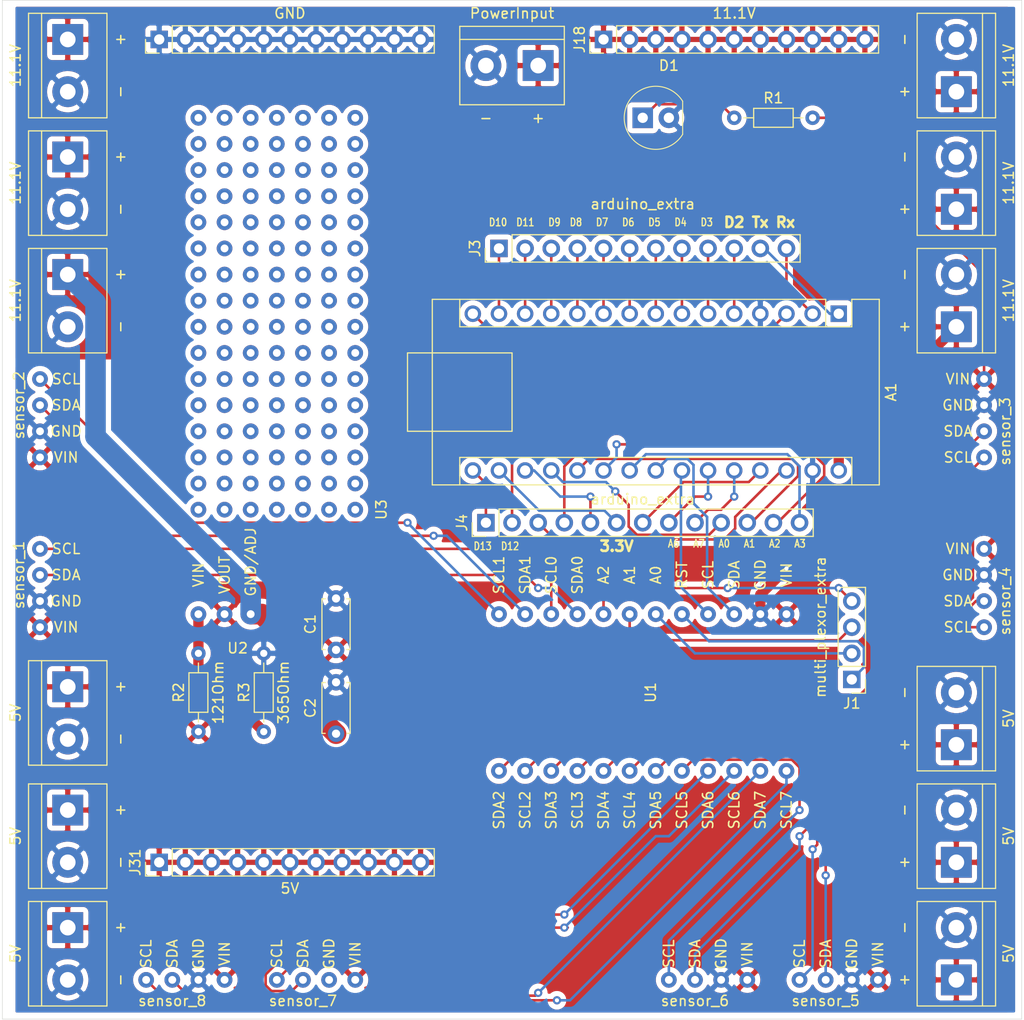
<source format=kicad_pcb>
(kicad_pcb (version 20171130) (host pcbnew 5.1.5+dfsg1-2build2)
  (layers (0 F.Cu signal) (31 B.Cu signal) (34 B.Paste user) (35 F.Paste user) (36 B.SilkS user) (37 F.SilkS user) (38 B.Mask user) (39 F.Mask user) (44 Edge.Cuts user))
  (net 0 "")
  (net 1 TX)
  (net 2 ARDUINO_3.3V)
  (net 3 RX)
  (net 4 AREF)
  (net 5 RESET_3)
  (net 6 A0)
  (net 7 GND)
  (net 8 A1)
  (net 9 D2)
  (net 10 A2)
  (net 11 D3)
  (net 12 A3)
  (net 13 D4)
  (net 14 A4)
  (net 15 D5)
  (net 16 A5)
  (net 17 D6)
  (net 18 A6)
  (net 19 D7)
  (net 20 A7)
  (net 21 D8)
  (net 22 ARDUINO_5V)
  (net 23 D9)
  (net 24 RESET_28)
  (net 25 D10)
  (net 26 D11)
  (net 27 11.1V)
  (net 28 D12)
  (net 29 D13)
  (net 30 +5V)
  (net 31 "Net-(D1-Pad1)")
  (net 32 multi_plexer_A2)
  (net 33 multi_plexer_A1)
  (net 34 multi_plexer_A0)
  (net 35 multi_plexer_reset)
  (net 36 "Net-(R2-Pad2)")
  (net 37 SDA0)
  (net 38 SCL0)
  (net 39 SCL1)
  (net 40 SDA1)
  (net 41 SDA2)
  (net 42 SCL2)
  (net 43 SDA3)
  (net 44 SCL3)
  (net 45 SCL4)
  (net 46 SDA4)
  (net 47 SDA5)
  (net 48 SCL5)
  (net 49 SCL6)
  (net 50 SDA6)
  (net 51 SDA7)
  (net 52 SCL7)
  (module mercury:multi_plexor (layer F.Cu) (at 241.3 105.41 270)
    (fp_text reference U1 (at 0 0.5 90) (layer F.SilkS))
    (fp_text value multi_plexer)
    (fp_text user VIN (at -11.43 -12.7 90) (layer F.SilkS))
    (fp_text user GND (at -11.43 -10.16 90) (layer F.SilkS))
    (fp_text user SDA (at -11.43 -7.62 90) (layer F.SilkS))
    (fp_text user SCL (at -11.43 -5.08 90) (layer F.SilkS))
    (fp_text user RST (at -11.43 -2.54 90) (layer F.SilkS))
    (fp_text user A0 (at -11.43 0 90) (layer F.SilkS))
    (fp_text user A1 (at -11.43 2.54 90) (layer F.SilkS))
    (fp_text user A2 (at -11.43 5.08 90) (layer F.SilkS))
    (fp_text user SDA0 (at -11.43 7.62 90) (layer F.SilkS))
    (fp_text user SCL0 (at -11.43 10.16 90) (layer F.SilkS))
    (fp_text user SDA1 (at -11.43 12.7 90) (layer F.SilkS))
    (fp_text user SCL1 (at -11.43 15.24 90) (layer F.SilkS))
    (fp_text user SDA2 (at 11.43 15.24 90) (layer F.SilkS))
    (fp_text user SCL2 (at 11.43 12.7 90) (layer F.SilkS))
    (fp_text user SDA3 (at 11.43 10.16 90) (layer F.SilkS))
    (fp_text user SCL3 (at 11.43 7.62 90) (layer F.SilkS))
    (fp_text user SDA4 (at 11.43 5.08 90) (layer F.SilkS))
    (fp_text user SCL4 (at 11.43 2.54 90) (layer F.SilkS))
    (fp_text user SDA5 (at 11.43 0 90) (layer F.SilkS))
    (fp_text user SCL5 (at 11.43 -2.54 90) (layer F.SilkS))
    (fp_text user SDA6 (at 11.43 -5.08 90) (layer F.SilkS))
    (fp_text user SCL6 (at 11.43 -7.62 90) (layer F.SilkS))
    (fp_text user SDA7 (at 11.43 -10.16 90) (layer F.SilkS))
    (fp_text user SCL7 (at 11.43 -12.7 90) (layer F.SilkS))
    (pad 1 thru_hole circle (at -7.62 0 270) (size 1.524 1.524) (drill 0.762) (layers *.Cu *.Mask) (net 34 multi_plexer_A0))
    (pad 2 thru_hole circle (at -7.62 2.54 270) (size 1.524 1.524) (drill 0.762) (layers *.Cu *.Mask) (net 33 multi_plexer_A1))
    (pad 3 thru_hole circle (at -7.62 -2.54 270) (size 1.524 1.524) (drill 0.762) (layers *.Cu *.Mask) (net 35 multi_plexer_reset))
    (pad 4 thru_hole circle (at -7.62 7.62 270) (size 1.524 1.524) (drill 0.762) (layers *.Cu *.Mask) (net 37 SDA0))
    (pad 5 thru_hole circle (at -7.62 10.16 270) (size 1.524 1.524) (drill 0.762) (layers *.Cu *.Mask) (net 38 SCL0))
    (pad 6 thru_hole circle (at -7.62 12.7 270) (size 1.524 1.524) (drill 0.762) (layers *.Cu *.Mask) (net 40 SDA1))
    (pad 7 thru_hole circle (at -7.62 15.24 270) (size 1.524 1.524) (drill 0.762) (layers *.Cu *.Mask) (net 39 SCL1))
    (pad 8 thru_hole circle (at 7.62 15.24 270) (size 1.524 1.524) (drill 0.762) (layers *.Cu *.Mask) (net 41 SDA2))
    (pad 9 thru_hole circle (at 7.62 12.7 270) (size 1.524 1.524) (drill 0.762) (layers *.Cu *.Mask) (net 42 SCL2))
    (pad 10 thru_hole circle (at 7.62 10.16 270) (size 1.524 1.524) (drill 0.762) (layers *.Cu *.Mask) (net 43 SDA3))
    (pad 11 thru_hole circle (at 7.62 7.62 270) (size 1.524 1.524) (drill 0.762) (layers *.Cu *.Mask) (net 44 SCL3))
    (pad 12 thru_hole circle (at -7.62 -10.16 270) (size 1.524 1.524) (drill 0.762) (layers *.Cu *.Mask) (net 7 GND))
    (pad 13 thru_hole circle (at 7.62 5.08 270) (size 1.524 1.524) (drill 0.762) (layers *.Cu *.Mask) (net 46 SDA4))
    (pad 14 thru_hole circle (at 7.62 2.54 270) (size 1.524 1.524) (drill 0.762) (layers *.Cu *.Mask) (net 45 SCL4))
    (pad 15 thru_hole circle (at 7.62 0 270) (size 1.524 1.524) (drill 0.762) (layers *.Cu *.Mask) (net 47 SDA5))
    (pad 16 thru_hole circle (at 7.62 -2.54 270) (size 1.524 1.524) (drill 0.762) (layers *.Cu *.Mask) (net 48 SCL5))
    (pad 17 thru_hole circle (at 7.62 -5.08 270) (size 1.524 1.524) (drill 0.762) (layers *.Cu *.Mask) (net 50 SDA6))
    (pad 18 thru_hole circle (at 7.62 -7.62 270) (size 1.524 1.524) (drill 0.762) (layers *.Cu *.Mask) (net 49 SCL6))
    (pad 19 thru_hole circle (at 7.62 -10.16 270) (size 1.524 1.524) (drill 0.762) (layers *.Cu *.Mask) (net 51 SDA7))
    (pad 20 thru_hole circle (at 7.62 -12.7 270) (size 1.524 1.524) (drill 0.762) (layers *.Cu *.Mask) (net 52 SCL7))
    (pad 21 thru_hole circle (at -7.62 5.08 270) (size 1.524 1.524) (drill 0.762) (layers *.Cu *.Mask) (net 32 multi_plexer_A2))
    (pad 22 thru_hole circle (at -7.62 -5.08 270) (size 1.524 1.524) (drill 0.762) (layers *.Cu *.Mask) (net 16 A5))
    (pad 23 thru_hole circle (at -7.62 -7.62 270) (size 1.524 1.524) (drill 0.762) (layers *.Cu *.Mask) (net 14 A4))
    (pad 24 thru_hole circle (at -7.62 -12.7 270) (size 1.524 1.524) (drill 0.762) (layers *.Cu *.Mask) (net 30 +5V))
  )
  (module mercury:11.1V_block (layer F.Cu) (at 270.51 69.85 90)
    (fp_text reference J24)
    (fp_text value 11.1V (at 2.54 5.08 270) (layer F.SilkS))
    (fp_text user - (at 5.08 -5.08 90) (layer F.SilkS))
    (fp_text user + (at 0 -5.08 90) (layer F.SilkS))
    (pad 2 thru_hole circle (at 5.08 0 90) (size 3 3) (drill 1.52) (layers *.Cu *.Mask) (net 7 GND))
    (pad 1 thru_hole rect (at 0 0 90) (size 3 3) (drill 1.52) (layers *.Cu *.Mask) (net 27 11.1V))
  )
  (module mercury:11.1V_block (layer F.Cu) (at 184.15 53.34 270)
    (fp_text reference J23)
    (fp_text value 11.1V (at 2.54 5.08 270) (layer F.SilkS))
    (fp_text user - (at 5.08 -5.08 90) (layer F.SilkS))
    (fp_text user + (at 0 -5.08 90) (layer F.SilkS))
    (pad 2 thru_hole circle (at 5.08 0 270) (size 3 3) (drill 1.52) (layers *.Cu *.Mask) (net 7 GND))
    (pad 1 thru_hole rect (at 0 0 270) (size 3 3) (drill 1.52) (layers *.Cu *.Mask) (net 27 11.1V))
  )
  (module mercury:11.1V_block (layer F.Cu) (at 270.51 58.42 90)
    (fp_text reference J22)
    (fp_text value 11.1V (at 2.54 5.08 270) (layer F.SilkS))
    (fp_text user - (at 5.08 -5.08 90) (layer F.SilkS))
    (fp_text user + (at 0 -5.08 90) (layer F.SilkS))
    (pad 2 thru_hole circle (at 5.08 0 90) (size 3 3) (drill 1.52) (layers *.Cu *.Mask) (net 7 GND))
    (pad 1 thru_hole rect (at 0 0 90) (size 3 3) (drill 1.52) (layers *.Cu *.Mask) (net 27 11.1V))
  )
  (module mercury:11.1V_block (layer F.Cu) (at 184.15 64.77 270)
    (fp_text reference J21)
    (fp_text value 11.1V (at 2.54 5.08 270) (layer F.SilkS))
    (fp_text user - (at 5.08 -5.08 90) (layer F.SilkS))
    (fp_text user + (at 0 -5.08 90) (layer F.SilkS))
    (pad 2 thru_hole circle (at 5.08 0 270) (size 3 3) (drill 1.52) (layers *.Cu *.Mask) (net 7 GND))
    (pad 1 thru_hole rect (at 0 0 270) (size 3 3) (drill 1.52) (layers *.Cu *.Mask) (net 27 11.1V))
  )
  (module mercury:11.1V_block (layer F.Cu) (at 184.15 41.91 270)
    (fp_text reference J20)
    (fp_text value 11.1V (at 2.54 5.08 270) (layer F.SilkS))
    (fp_text user - (at 5.08 -5.08 90) (layer F.SilkS))
    (fp_text user + (at 0 -5.08 90) (layer F.SilkS))
    (pad 2 thru_hole circle (at 5.08 0 270) (size 3 3) (drill 1.52) (layers *.Cu *.Mask) (net 7 GND))
    (pad 1 thru_hole rect (at 0 0 270) (size 3 3) (drill 1.52) (layers *.Cu *.Mask) (net 27 11.1V))
  )
  (module mercury:11.1V_block (layer F.Cu) (at 270.51 46.99 90)
    (fp_text reference J19)
    (fp_text value 11.1V (at 2.54 5.08 270) (layer F.SilkS))
    (fp_text user - (at 5.08 -5.08 90) (layer F.SilkS))
    (fp_text user + (at 0 -5.08 90) (layer F.SilkS))
    (pad 2 thru_hole circle (at 5.08 0 90) (size 3 3) (drill 1.52) (layers *.Cu *.Mask) (net 7 GND))
    (pad 1 thru_hole rect (at 0 0 90) (size 3 3) (drill 1.52) (layers *.Cu *.Mask) (net 27 11.1V))
  )
  (module mercury:5v_BLOCK (layer F.Cu) (at 270.51 133.35 90)
    (fp_text reference J11)
    (fp_text value 5V (at 2.54 5.08 270) (layer F.SilkS))
    (fp_text user - (at 5.08 -5.08 90) (layer F.SilkS))
    (fp_text user + (at 0 -5.08 90) (layer F.SilkS))
    (pad 2 thru_hole circle (at 5.08 0 90) (size 3 3) (drill 1.52) (layers *.Cu *.Mask) (net 7 GND))
    (pad 1 thru_hole rect (at 0 0 90) (size 3 3) (drill 1.52) (layers *.Cu *.Mask) (net 30 +5V))
  )
  (module mercury:5v_BLOCK (layer F.Cu) (at 270.51 110.49 90)
    (fp_text reference J10)
    (fp_text value 5V (at 2.54 5.08 270) (layer F.SilkS))
    (fp_text user - (at 5.08 -5.08 90) (layer F.SilkS))
    (fp_text user + (at 0 -5.08 90) (layer F.SilkS))
    (pad 2 thru_hole circle (at 5.08 0 90) (size 3 3) (drill 1.52) (layers *.Cu *.Mask) (net 7 GND))
    (pad 1 thru_hole rect (at 0 0 90) (size 3 3) (drill 1.52) (layers *.Cu *.Mask) (net 30 +5V))
  )
  (module mercury:5v_BLOCK (layer F.Cu) (at 184.15 104.855001 270)
    (fp_text reference J9)
    (fp_text value 5V (at 2.54 5.08 270) (layer F.SilkS))
    (fp_text user - (at 5.08 -5.08 90) (layer F.SilkS))
    (fp_text user + (at 0 -5.08 90) (layer F.SilkS))
    (pad 2 thru_hole circle (at 5.08 0 270) (size 3 3) (drill 1.52) (layers *.Cu *.Mask) (net 7 GND))
    (pad 1 thru_hole rect (at 0 0 270) (size 3 3) (drill 1.52) (layers *.Cu *.Mask) (net 30 +5V))
  )
  (module mercury:5v_BLOCK (layer F.Cu) (at 184.15 116.84 270)
    (fp_text reference J8)
    (fp_text value 5V (at 2.54 5.08 270) (layer F.SilkS))
    (fp_text user - (at 5.08 -5.08 90) (layer F.SilkS))
    (fp_text user + (at 0 -5.08 90) (layer F.SilkS))
    (pad 2 thru_hole circle (at 5.08 0 270) (size 3 3) (drill 1.52) (layers *.Cu *.Mask) (net 7 GND))
    (pad 1 thru_hole rect (at 0 0 270) (size 3 3) (drill 1.52) (layers *.Cu *.Mask) (net 30 +5V))
  )
  (module mercury:5v_BLOCK (layer F.Cu) (at 184.15 128.27 270)
    (fp_text reference J7)
    (fp_text value 5V (at 2.54 5.08 270) (layer F.SilkS))
    (fp_text user - (at 5.08 -5.08 90) (layer F.SilkS))
    (fp_text user + (at 0 -5.08 90) (layer F.SilkS))
    (pad 2 thru_hole circle (at 5.08 0 270) (size 3 3) (drill 1.52) (layers *.Cu *.Mask) (net 7 GND))
    (pad 1 thru_hole rect (at 0 0 270) (size 3 3) (drill 1.52) (layers *.Cu *.Mask) (net 30 +5V))
  )
  (module mercury:5v_BLOCK (layer F.Cu) (at 270.51 121.92 90)
    (fp_text reference J6)
    (fp_text value 5V (at 2.54 5.08 270) (layer F.SilkS))
    (fp_text user - (at 5.08 -5.08 90) (layer F.SilkS))
    (fp_text user + (at 0 -5.08 90) (layer F.SilkS))
    (pad 2 thru_hole circle (at 5.08 0 90) (size 3 3) (drill 1.52) (layers *.Cu *.Mask) (net 7 GND))
    (pad 1 thru_hole rect (at 0 0 90) (size 3 3) (drill 1.52) (layers *.Cu *.Mask) (net 30 +5V))
  )
  (module mercury:11.1V_block (layer F.Cu) (at 229.87 44.45 180)
    (fp_text reference J2)
    (fp_text value PowerInput (at 2.54 5.08 180) (layer F.SilkS))
    (fp_text user - (at 5.08 -5.08) (layer F.SilkS))
    (fp_text user + (at 0 -5.08) (layer F.SilkS))
    (pad 2 thru_hole circle (at 5.08 0 180) (size 3 3) (drill 1.52) (layers *.Cu *.Mask) (net 7 GND))
    (pad 1 thru_hole rect (at 0 0 180) (size 3 3) (drill 1.52) (layers *.Cu *.Mask) (net 27 11.1V))
  )
  (module mercury:v_reg (layer F.Cu) (at 203.2 97.79 180)
    (fp_text reference U2 (at 2.54 -3.31) (layer F.SilkS))
    (fp_text value v_reg)
    (fp_text user GND/ADJ (at 1.27 5.08 90) (layer F.SilkS))
    (fp_text user VOUT (at 3.81 3.81 90) (layer F.SilkS))
    (fp_text user VIN (at 6.35 3.81 90) (layer F.SilkS))
    (pad 3 thru_hole circle (at 6.35 0 180) (size 1.524 1.524) (drill 0.762) (layers *.Cu *.Mask) (net 36 "Net-(R2-Pad2)"))
    (pad 2 thru_hole circle (at 3.81 0 180) (size 1.524 1.524) (drill 0.762) (layers *.Cu *.Mask) (net 30 +5V))
    (pad 1 thru_hole circle (at 1.27 0 180) (size 1.524 1.524) (drill 0.762) (layers *.Cu *.Mask) (net 27 11.1V))
  )
  (module mercury:sensor (layer F.Cu) (at 199.39 133.35 180)
    (fp_text reference sensor_8 (at 5.08 -2.04) (layer F.SilkS))
    (fp_text value sensor)
    (fp_text user SCL (at 7.62 2.54 90) (layer F.SilkS))
    (fp_text user SDA (at 5.08 2.54 90) (layer F.SilkS))
    (fp_text user GND (at 2.54 2.54 90) (layer F.SilkS))
    (fp_text user VIN (at 0 2.54 90) (layer F.SilkS))
    (pad 4 thru_hole circle (at 7.62 0 180) (size 1.524 1.524) (drill 0.762) (layers *.Cu *.Mask) (net 52 SCL7))
    (pad 3 thru_hole circle (at 5.08 0 180) (size 1.524 1.524) (drill 0.762) (layers *.Cu *.Mask) (net 51 SDA7))
    (pad 2 thru_hole circle (at 2.54 0 180) (size 1.524 1.524) (drill 0.762) (layers *.Cu *.Mask) (net 7 GND))
    (pad 1 thru_hole circle (at 0 0 180) (size 1.524 1.524) (drill 0.762) (layers *.Cu *.Mask) (net 30 +5V))
  )
  (module mercury:sensor (layer F.Cu) (at 212.09 133.35 180)
    (fp_text reference sensor_7 (at 5.08 -2.04) (layer F.SilkS))
    (fp_text value sensor)
    (fp_text user SCL (at 7.62 2.54 90) (layer F.SilkS))
    (fp_text user SDA (at 5.08 2.54 90) (layer F.SilkS))
    (fp_text user GND (at 2.54 2.54 90) (layer F.SilkS))
    (fp_text user VIN (at 0 2.54 90) (layer F.SilkS))
    (pad 4 thru_hole circle (at 7.62 0 180) (size 1.524 1.524) (drill 0.762) (layers *.Cu *.Mask) (net 49 SCL6))
    (pad 3 thru_hole circle (at 5.08 0 180) (size 1.524 1.524) (drill 0.762) (layers *.Cu *.Mask) (net 50 SDA6))
    (pad 2 thru_hole circle (at 2.54 0 180) (size 1.524 1.524) (drill 0.762) (layers *.Cu *.Mask) (net 7 GND))
    (pad 1 thru_hole circle (at 0 0 180) (size 1.524 1.524) (drill 0.762) (layers *.Cu *.Mask) (net 30 +5V))
  )
  (module mercury:sensor (layer F.Cu) (at 250.19 133.35 180)
    (fp_text reference sensor_6 (at 5.08 -2.04) (layer F.SilkS))
    (fp_text value sensor)
    (fp_text user SCL (at 7.62 2.54 90) (layer F.SilkS))
    (fp_text user SDA (at 5.08 2.54 90) (layer F.SilkS))
    (fp_text user GND (at 2.54 2.54 90) (layer F.SilkS))
    (fp_text user VIN (at 0 2.54 90) (layer F.SilkS))
    (pad 4 thru_hole circle (at 7.62 0 180) (size 1.524 1.524) (drill 0.762) (layers *.Cu *.Mask) (net 48 SCL5))
    (pad 3 thru_hole circle (at 5.08 0 180) (size 1.524 1.524) (drill 0.762) (layers *.Cu *.Mask) (net 47 SDA5))
    (pad 2 thru_hole circle (at 2.54 0 180) (size 1.524 1.524) (drill 0.762) (layers *.Cu *.Mask) (net 7 GND))
    (pad 1 thru_hole circle (at 0 0 180) (size 1.524 1.524) (drill 0.762) (layers *.Cu *.Mask) (net 30 +5V))
  )
  (module mercury:sensor (layer F.Cu) (at 262.89 133.35 180)
    (fp_text reference sensor_5 (at 5.08 -2.04) (layer F.SilkS))
    (fp_text value sensor)
    (fp_text user SCL (at 7.62 2.54 90) (layer F.SilkS))
    (fp_text user SDA (at 5.08 2.54 90) (layer F.SilkS))
    (fp_text user GND (at 2.54 2.54 90) (layer F.SilkS))
    (fp_text user VIN (at 0 2.54 90) (layer F.SilkS))
    (pad 4 thru_hole circle (at 7.62 0 180) (size 1.524 1.524) (drill 0.762) (layers *.Cu *.Mask) (net 45 SCL4))
    (pad 3 thru_hole circle (at 5.08 0 180) (size 1.524 1.524) (drill 0.762) (layers *.Cu *.Mask) (net 46 SDA4))
    (pad 2 thru_hole circle (at 2.54 0 180) (size 1.524 1.524) (drill 0.762) (layers *.Cu *.Mask) (net 7 GND))
    (pad 1 thru_hole circle (at 0 0 180) (size 1.524 1.524) (drill 0.762) (layers *.Cu *.Mask) (net 30 +5V))
  )
  (module mercury:sensor (layer F.Cu) (at 273.205 91.44 270)
    (fp_text reference sensor_4 (at 5.08 -2.04 90) (layer F.SilkS))
    (fp_text value sensor)
    (fp_text user SCL (at 7.62 2.54) (layer F.SilkS))
    (fp_text user SDA (at 5.08 2.54) (layer F.SilkS))
    (fp_text user GND (at 2.54 2.54) (layer F.SilkS))
    (fp_text user VIN (at 0 2.54) (layer F.SilkS))
    (pad 4 thru_hole circle (at 7.62 0 270) (size 1.524 1.524) (drill 0.762) (layers *.Cu *.Mask) (net 44 SCL3))
    (pad 3 thru_hole circle (at 5.08 0 270) (size 1.524 1.524) (drill 0.762) (layers *.Cu *.Mask) (net 43 SDA3))
    (pad 2 thru_hole circle (at 2.54 0 270) (size 1.524 1.524) (drill 0.762) (layers *.Cu *.Mask) (net 7 GND))
    (pad 1 thru_hole circle (at 0 0 270) (size 1.524 1.524) (drill 0.762) (layers *.Cu *.Mask) (net 30 +5V))
  )
  (module mercury:sensor (layer F.Cu) (at 273.205 74.93 270)
    (fp_text reference sensor_3 (at 5.08 -2.04 90) (layer F.SilkS))
    (fp_text value sensor)
    (fp_text user SCL (at 7.62 2.54) (layer F.SilkS))
    (fp_text user SDA (at 5.08 2.54) (layer F.SilkS))
    (fp_text user GND (at 2.54 2.54) (layer F.SilkS))
    (fp_text user VIN (at 0 2.54) (layer F.SilkS))
    (pad 4 thru_hole circle (at 7.62 0 270) (size 1.524 1.524) (drill 0.762) (layers *.Cu *.Mask) (net 42 SCL2))
    (pad 3 thru_hole circle (at 5.08 0 270) (size 1.524 1.524) (drill 0.762) (layers *.Cu *.Mask) (net 41 SDA2))
    (pad 2 thru_hole circle (at 2.54 0 270) (size 1.524 1.524) (drill 0.762) (layers *.Cu *.Mask) (net 7 GND))
    (pad 1 thru_hole circle (at 0 0 270) (size 1.524 1.524) (drill 0.762) (layers *.Cu *.Mask) (net 30 +5V))
  )
  (module mercury:sensor (layer F.Cu) (at 181.455 82.55 90)
    (fp_text reference sensor_2 (at 5.08 -2.04 90) (layer F.SilkS))
    (fp_text value sensor)
    (fp_text user SCL (at 7.62 2.54) (layer F.SilkS))
    (fp_text user SDA (at 5.08 2.54) (layer F.SilkS))
    (fp_text user GND (at 2.54 2.54) (layer F.SilkS))
    (fp_text user VIN (at 0 2.54) (layer F.SilkS))
    (pad 4 thru_hole circle (at 7.62 0 90) (size 1.524 1.524) (drill 0.762) (layers *.Cu *.Mask) (net 39 SCL1))
    (pad 3 thru_hole circle (at 5.08 0 90) (size 1.524 1.524) (drill 0.762) (layers *.Cu *.Mask) (net 40 SDA1))
    (pad 2 thru_hole circle (at 2.54 0 90) (size 1.524 1.524) (drill 0.762) (layers *.Cu *.Mask) (net 7 GND))
    (pad 1 thru_hole circle (at 0 0 90) (size 1.524 1.524) (drill 0.762) (layers *.Cu *.Mask) (net 30 +5V))
  )
  (module mercury:sensor (layer F.Cu) (at 181.455 99.06 90)
    (fp_text reference sensor_1 (at 5.08 -2.04 90) (layer F.SilkS))
    (fp_text value sensor)
    (fp_text user SCL (at 7.62 2.54) (layer F.SilkS))
    (fp_text user SDA (at 5.08 2.54) (layer F.SilkS))
    (fp_text user GND (at 2.54 2.54) (layer F.SilkS))
    (fp_text user VIN (at 0 2.54) (layer F.SilkS))
    (pad 4 thru_hole circle (at 7.62 0 90) (size 1.524 1.524) (drill 0.762) (layers *.Cu *.Mask) (net 38 SCL0))
    (pad 3 thru_hole circle (at 5.08 0 90) (size 1.524 1.524) (drill 0.762) (layers *.Cu *.Mask) (net 37 SDA0))
    (pad 2 thru_hole circle (at 2.54 0 90) (size 1.524 1.524) (drill 0.762) (layers *.Cu *.Mask) (net 7 GND))
    (pad 1 thru_hole circle (at 0 0 90) (size 1.524 1.524) (drill 0.762) (layers *.Cu *.Mask) (net 30 +5V))
  )
  (module Resistor_THT:R_Axial_DIN0204_L3.6mm_D1.6mm_P7.62mm_Horizontal (layer F.Cu) (at 203.2 109.22 90)
    (fp_text reference R3 (at 3.81 -1.92 90) (layer F.SilkS))
    (fp_text value 365Ohm (at 3.81 1.92 90) (layer F.SilkS))
    (pad 2 thru_hole oval (at 7.62 0 90) (size 1.4 1.4) (drill 0.7) (layers *.Cu *.Mask) (net 7 GND))
    (pad 1 thru_hole circle (at 0 0 90) (size 1.4 1.4) (drill 0.7) (layers *.Cu *.Mask) (net 36 "Net-(R2-Pad2)"))
  )
  (module Resistor_THT:R_Axial_DIN0204_L3.6mm_D1.6mm_P7.62mm_Horizontal (layer F.Cu) (at 196.85 109.22 90)
    (fp_text reference R2 (at 3.81 -1.92 90) (layer F.SilkS))
    (fp_text value 121Ohm (at 3.81 1.92 90) (layer F.SilkS))
    (pad 2 thru_hole oval (at 7.62 0 90) (size 1.4 1.4) (drill 0.7) (layers *.Cu *.Mask) (net 36 "Net-(R2-Pad2)"))
    (pad 1 thru_hole circle (at 0 0 90) (size 1.4 1.4) (drill 0.7) (layers *.Cu *.Mask) (net 30 +5V))
  )
  (module Resistor_THT:R_Axial_DIN0204_L3.6mm_D1.6mm_P7.62mm_Horizontal (layer F.Cu) (at 248.92 49.53)
    (fp_text reference R1 (at 3.81 -1.92) (layer F.SilkS))
    (fp_text value 1K)
    (pad 2 thru_hole oval (at 7.62 0) (size 1.4 1.4) (drill 0.7) (layers *.Cu *.Mask) (net 30 +5V))
    (pad 1 thru_hole circle (at 0 0) (size 1.4 1.4) (drill 0.7) (layers *.Cu *.Mask) (net 31 "Net-(D1-Pad1)"))
  )
  (module mercury:proto (layer F.Cu) (at 212.09 87.63 90)
    (fp_text reference U3 (at 0 2.54 90) (layer F.SilkS))
    (fp_text value proto)
    (pad 16 thru_hole circle (at 38.1 -15.24 90) (size 1.524 1.524) (drill 0.762) (layers *.Cu *.Mask))
    (pad 2 thru_hole circle (at 2.54 -15.24 90) (size 1.524 1.524) (drill 0.762) (layers *.Cu *.Mask))
    (pad 3 thru_hole circle (at 5.08 -15.24 90) (size 1.524 1.524) (drill 0.762) (layers *.Cu *.Mask))
    (pad 1 thru_hole circle (at 0 -15.24 90) (size 1.524 1.524) (drill 0.762) (layers *.Cu *.Mask))
    (pad 7 thru_hole circle (at 15.24 -15.24 90) (size 1.524 1.524) (drill 0.762) (layers *.Cu *.Mask))
    (pad 5 thru_hole circle (at 10.16 -15.24 90) (size 1.524 1.524) (drill 0.762) (layers *.Cu *.Mask))
    (pad 6 thru_hole circle (at 12.7 -15.24 90) (size 1.524 1.524) (drill 0.762) (layers *.Cu *.Mask))
    (pad 4 thru_hole circle (at 7.62 -15.24 90) (size 1.524 1.524) (drill 0.762) (layers *.Cu *.Mask))
    (pad 11 thru_hole circle (at 25.4 -15.24 90) (size 1.524 1.524) (drill 0.762) (layers *.Cu *.Mask))
    (pad 13 thru_hole circle (at 30.48 -15.24 90) (size 1.524 1.524) (drill 0.762) (layers *.Cu *.Mask))
    (pad 12 thru_hole circle (at 27.94 -15.24 90) (size 1.524 1.524) (drill 0.762) (layers *.Cu *.Mask))
    (pad 14 thru_hole circle (at 33.02 -15.24 90) (size 1.524 1.524) (drill 0.762) (layers *.Cu *.Mask))
    (pad 10 thru_hole circle (at 22.86 -15.24 90) (size 1.524 1.524) (drill 0.762) (layers *.Cu *.Mask))
    (pad 9 thru_hole circle (at 20.32 -15.24 90) (size 1.524 1.524) (drill 0.762) (layers *.Cu *.Mask))
    (pad 8 thru_hole circle (at 17.78 -15.24 90) (size 1.524 1.524) (drill 0.762) (layers *.Cu *.Mask))
    (pad 15 thru_hole circle (at 35.56 -15.24 90) (size 1.524 1.524) (drill 0.762) (layers *.Cu *.Mask))
    (pad 16 thru_hole circle (at 38.1 -12.7 90) (size 1.524 1.524) (drill 0.762) (layers *.Cu *.Mask))
    (pad 2 thru_hole circle (at 2.54 -12.7 90) (size 1.524 1.524) (drill 0.762) (layers *.Cu *.Mask))
    (pad 3 thru_hole circle (at 5.08 -12.7 90) (size 1.524 1.524) (drill 0.762) (layers *.Cu *.Mask))
    (pad 1 thru_hole circle (at 0 -12.7 90) (size 1.524 1.524) (drill 0.762) (layers *.Cu *.Mask))
    (pad 7 thru_hole circle (at 15.24 -12.7 90) (size 1.524 1.524) (drill 0.762) (layers *.Cu *.Mask))
    (pad 5 thru_hole circle (at 10.16 -12.7 90) (size 1.524 1.524) (drill 0.762) (layers *.Cu *.Mask))
    (pad 6 thru_hole circle (at 12.7 -12.7 90) (size 1.524 1.524) (drill 0.762) (layers *.Cu *.Mask))
    (pad 4 thru_hole circle (at 7.62 -12.7 90) (size 1.524 1.524) (drill 0.762) (layers *.Cu *.Mask))
    (pad 11 thru_hole circle (at 25.4 -12.7 90) (size 1.524 1.524) (drill 0.762) (layers *.Cu *.Mask))
    (pad 13 thru_hole circle (at 30.48 -12.7 90) (size 1.524 1.524) (drill 0.762) (layers *.Cu *.Mask))
    (pad 12 thru_hole circle (at 27.94 -12.7 90) (size 1.524 1.524) (drill 0.762) (layers *.Cu *.Mask))
    (pad 14 thru_hole circle (at 33.02 -12.7 90) (size 1.524 1.524) (drill 0.762) (layers *.Cu *.Mask))
    (pad 10 thru_hole circle (at 22.86 -12.7 90) (size 1.524 1.524) (drill 0.762) (layers *.Cu *.Mask))
    (pad 9 thru_hole circle (at 20.32 -12.7 90) (size 1.524 1.524) (drill 0.762) (layers *.Cu *.Mask))
    (pad 8 thru_hole circle (at 17.78 -12.7 90) (size 1.524 1.524) (drill 0.762) (layers *.Cu *.Mask))
    (pad 15 thru_hole circle (at 35.56 -12.7 90) (size 1.524 1.524) (drill 0.762) (layers *.Cu *.Mask))
    (pad 16 thru_hole circle (at 38.1 -10.16 90) (size 1.524 1.524) (drill 0.762) (layers *.Cu *.Mask))
    (pad 2 thru_hole circle (at 2.54 -10.16 90) (size 1.524 1.524) (drill 0.762) (layers *.Cu *.Mask))
    (pad 3 thru_hole circle (at 5.08 -10.16 90) (size 1.524 1.524) (drill 0.762) (layers *.Cu *.Mask))
    (pad 1 thru_hole circle (at 0 -10.16 90) (size 1.524 1.524) (drill 0.762) (layers *.Cu *.Mask))
    (pad 7 thru_hole circle (at 15.24 -10.16 90) (size 1.524 1.524) (drill 0.762) (layers *.Cu *.Mask))
    (pad 5 thru_hole circle (at 10.16 -10.16 90) (size 1.524 1.524) (drill 0.762) (layers *.Cu *.Mask))
    (pad 6 thru_hole circle (at 12.7 -10.16 90) (size 1.524 1.524) (drill 0.762) (layers *.Cu *.Mask))
    (pad 4 thru_hole circle (at 7.62 -10.16 90) (size 1.524 1.524) (drill 0.762) (layers *.Cu *.Mask))
    (pad 11 thru_hole circle (at 25.4 -10.16 90) (size 1.524 1.524) (drill 0.762) (layers *.Cu *.Mask))
    (pad 13 thru_hole circle (at 30.48 -10.16 90) (size 1.524 1.524) (drill 0.762) (layers *.Cu *.Mask))
    (pad 12 thru_hole circle (at 27.94 -10.16 90) (size 1.524 1.524) (drill 0.762) (layers *.Cu *.Mask))
    (pad 14 thru_hole circle (at 33.02 -10.16 90) (size 1.524 1.524) (drill 0.762) (layers *.Cu *.Mask))
    (pad 10 thru_hole circle (at 22.86 -10.16 90) (size 1.524 1.524) (drill 0.762) (layers *.Cu *.Mask))
    (pad 9 thru_hole circle (at 20.32 -10.16 90) (size 1.524 1.524) (drill 0.762) (layers *.Cu *.Mask))
    (pad 8 thru_hole circle (at 17.78 -10.16 90) (size 1.524 1.524) (drill 0.762) (layers *.Cu *.Mask))
    (pad 15 thru_hole circle (at 35.56 -10.16 90) (size 1.524 1.524) (drill 0.762) (layers *.Cu *.Mask))
    (pad 16 thru_hole circle (at 38.1 -7.62 90) (size 1.524 1.524) (drill 0.762) (layers *.Cu *.Mask))
    (pad 2 thru_hole circle (at 2.54 -7.62 90) (size 1.524 1.524) (drill 0.762) (layers *.Cu *.Mask))
    (pad 3 thru_hole circle (at 5.08 -7.62 90) (size 1.524 1.524) (drill 0.762) (layers *.Cu *.Mask))
    (pad 1 thru_hole circle (at 0 -7.62 90) (size 1.524 1.524) (drill 0.762) (layers *.Cu *.Mask))
    (pad 7 thru_hole circle (at 15.24 -7.62 90) (size 1.524 1.524) (drill 0.762) (layers *.Cu *.Mask))
    (pad 5 thru_hole circle (at 10.16 -7.62 90) (size 1.524 1.524) (drill 0.762) (layers *.Cu *.Mask))
    (pad 6 thru_hole circle (at 12.7 -7.62 90) (size 1.524 1.524) (drill 0.762) (layers *.Cu *.Mask))
    (pad 4 thru_hole circle (at 7.62 -7.62 90) (size 1.524 1.524) (drill 0.762) (layers *.Cu *.Mask))
    (pad 11 thru_hole circle (at 25.4 -7.62 90) (size 1.524 1.524) (drill 0.762) (layers *.Cu *.Mask))
    (pad 13 thru_hole circle (at 30.48 -7.62 90) (size 1.524 1.524) (drill 0.762) (layers *.Cu *.Mask))
    (pad 12 thru_hole circle (at 27.94 -7.62 90) (size 1.524 1.524) (drill 0.762) (layers *.Cu *.Mask))
    (pad 14 thru_hole circle (at 33.02 -7.62 90) (size 1.524 1.524) (drill 0.762) (layers *.Cu *.Mask))
    (pad 10 thru_hole circle (at 22.86 -7.62 90) (size 1.524 1.524) (drill 0.762) (layers *.Cu *.Mask))
    (pad 9 thru_hole circle (at 20.32 -7.62 90) (size 1.524 1.524) (drill 0.762) (layers *.Cu *.Mask))
    (pad 8 thru_hole circle (at 17.78 -7.62 90) (size 1.524 1.524) (drill 0.762) (layers *.Cu *.Mask))
    (pad 15 thru_hole circle (at 35.56 -7.62 90) (size 1.524 1.524) (drill 0.762) (layers *.Cu *.Mask))
    (pad 16 thru_hole circle (at 38.1 -5.08 90) (size 1.524 1.524) (drill 0.762) (layers *.Cu *.Mask))
    (pad 2 thru_hole circle (at 2.54 -5.08 90) (size 1.524 1.524) (drill 0.762) (layers *.Cu *.Mask))
    (pad 3 thru_hole circle (at 5.08 -5.08 90) (size 1.524 1.524) (drill 0.762) (layers *.Cu *.Mask))
    (pad 1 thru_hole circle (at 0 -5.08 90) (size 1.524 1.524) (drill 0.762) (layers *.Cu *.Mask))
    (pad 7 thru_hole circle (at 15.24 -5.08 90) (size 1.524 1.524) (drill 0.762) (layers *.Cu *.Mask))
    (pad 5 thru_hole circle (at 10.16 -5.08 90) (size 1.524 1.524) (drill 0.762) (layers *.Cu *.Mask))
    (pad 6 thru_hole circle (at 12.7 -5.08 90) (size 1.524 1.524) (drill 0.762) (layers *.Cu *.Mask))
    (pad 4 thru_hole circle (at 7.62 -5.08 90) (size 1.524 1.524) (drill 0.762) (layers *.Cu *.Mask))
    (pad 11 thru_hole circle (at 25.4 -5.08 90) (size 1.524 1.524) (drill 0.762) (layers *.Cu *.Mask))
    (pad 13 thru_hole circle (at 30.48 -5.08 90) (size 1.524 1.524) (drill 0.762) (layers *.Cu *.Mask))
    (pad 12 thru_hole circle (at 27.94 -5.08 90) (size 1.524 1.524) (drill 0.762) (layers *.Cu *.Mask))
    (pad 14 thru_hole circle (at 33.02 -5.08 90) (size 1.524 1.524) (drill 0.762) (layers *.Cu *.Mask))
    (pad 10 thru_hole circle (at 22.86 -5.08 90) (size 1.524 1.524) (drill 0.762) (layers *.Cu *.Mask))
    (pad 9 thru_hole circle (at 20.32 -5.08 90) (size 1.524 1.524) (drill 0.762) (layers *.Cu *.Mask))
    (pad 8 thru_hole circle (at 17.78 -5.08 90) (size 1.524 1.524) (drill 0.762) (layers *.Cu *.Mask))
    (pad 15 thru_hole circle (at 35.56 -5.08 90) (size 1.524 1.524) (drill 0.762) (layers *.Cu *.Mask))
    (pad 16 thru_hole circle (at 38.1 -2.54 90) (size 1.524 1.524) (drill 0.762) (layers *.Cu *.Mask))
    (pad 2 thru_hole circle (at 2.54 -2.54 90) (size 1.524 1.524) (drill 0.762) (layers *.Cu *.Mask))
    (pad 3 thru_hole circle (at 5.08 -2.54 90) (size 1.524 1.524) (drill 0.762) (layers *.Cu *.Mask))
    (pad 1 thru_hole circle (at 0 -2.54 90) (size 1.524 1.524) (drill 0.762) (layers *.Cu *.Mask))
    (pad 7 thru_hole circle (at 15.24 -2.54 90) (size 1.524 1.524) (drill 0.762) (layers *.Cu *.Mask))
    (pad 5 thru_hole circle (at 10.16 -2.54 90) (size 1.524 1.524) (drill 0.762) (layers *.Cu *.Mask))
    (pad 6 thru_hole circle (at 12.7 -2.54 90) (size 1.524 1.524) (drill 0.762) (layers *.Cu *.Mask))
    (pad 4 thru_hole circle (at 7.62 -2.54 90) (size 1.524 1.524) (drill 0.762) (layers *.Cu *.Mask))
    (pad 11 thru_hole circle (at 25.4 -2.54 90) (size 1.524 1.524) (drill 0.762) (layers *.Cu *.Mask))
    (pad 13 thru_hole circle (at 30.48 -2.54 90) (size 1.524 1.524) (drill 0.762) (layers *.Cu *.Mask))
    (pad 12 thru_hole circle (at 27.94 -2.54 90) (size 1.524 1.524) (drill 0.762) (layers *.Cu *.Mask))
    (pad 14 thru_hole circle (at 33.02 -2.54 90) (size 1.524 1.524) (drill 0.762) (layers *.Cu *.Mask))
    (pad 10 thru_hole circle (at 22.86 -2.54 90) (size 1.524 1.524) (drill 0.762) (layers *.Cu *.Mask))
    (pad 9 thru_hole circle (at 20.32 -2.54 90) (size 1.524 1.524) (drill 0.762) (layers *.Cu *.Mask))
    (pad 8 thru_hole circle (at 17.78 -2.54 90) (size 1.524 1.524) (drill 0.762) (layers *.Cu *.Mask))
    (pad 15 thru_hole circle (at 35.56 -2.54 90) (size 1.524 1.524) (drill 0.762) (layers *.Cu *.Mask))
    (pad 16 thru_hole circle (at 38.1 0 90) (size 1.524 1.524) (drill 0.762) (layers *.Cu *.Mask))
    (pad 15 thru_hole circle (at 35.56 0 90) (size 1.524 1.524) (drill 0.762) (layers *.Cu *.Mask))
    (pad 14 thru_hole circle (at 33.02 0 90) (size 1.524 1.524) (drill 0.762) (layers *.Cu *.Mask))
    (pad 13 thru_hole circle (at 30.48 0 90) (size 1.524 1.524) (drill 0.762) (layers *.Cu *.Mask))
    (pad 12 thru_hole circle (at 27.94 0 90) (size 1.524 1.524) (drill 0.762) (layers *.Cu *.Mask))
    (pad 11 thru_hole circle (at 25.4 0 90) (size 1.524 1.524) (drill 0.762) (layers *.Cu *.Mask))
    (pad 10 thru_hole circle (at 22.86 0 90) (size 1.524 1.524) (drill 0.762) (layers *.Cu *.Mask))
    (pad 9 thru_hole circle (at 20.32 0 90) (size 1.524 1.524) (drill 0.762) (layers *.Cu *.Mask))
    (pad 8 thru_hole circle (at 17.78 0 90) (size 1.524 1.524) (drill 0.762) (layers *.Cu *.Mask))
    (pad 7 thru_hole circle (at 15.24 0 90) (size 1.524 1.524) (drill 0.762) (layers *.Cu *.Mask))
    (pad 6 thru_hole circle (at 12.7 0 90) (size 1.524 1.524) (drill 0.762) (layers *.Cu *.Mask))
    (pad 5 thru_hole circle (at 10.16 0 90) (size 1.524 1.524) (drill 0.762) (layers *.Cu *.Mask))
    (pad 4 thru_hole circle (at 7.62 0 90) (size 1.524 1.524) (drill 0.762) (layers *.Cu *.Mask))
    (pad 3 thru_hole circle (at 5.08 0 90) (size 1.524 1.524) (drill 0.762) (layers *.Cu *.Mask))
    (pad 2 thru_hole circle (at 2.54 0 90) (size 1.524 1.524) (drill 0.762) (layers *.Cu *.Mask))
    (pad 1 thru_hole circle (at 0 0 90) (size 1.524 1.524) (drill 0.762) (layers *.Cu *.Mask))
  )
  (module Module:Arduino_Nano (layer F.Cu) (at 259.08 68.58 270)
    (fp_text reference A1 (at 7.62 -5.08 90) (layer F.SilkS))
    (fp_text value Arduino_Nano_v3.x)
    (pad 1 thru_hole rect (at 0 0 270) (size 1.6 1.6) (drill 1) (layers *.Cu *.Mask) (net 1 TX))
    (pad 17 thru_hole oval (at 15.24 33.02 270) (size 1.6 1.6) (drill 1) (layers *.Cu *.Mask) (net 2 ARDUINO_3.3V))
    (pad 2 thru_hole oval (at 0 2.54 270) (size 1.6 1.6) (drill 1) (layers *.Cu *.Mask) (net 3 RX))
    (pad 18 thru_hole oval (at 15.24 30.48 270) (size 1.6 1.6) (drill 1) (layers *.Cu *.Mask) (net 4 AREF))
    (pad 3 thru_hole oval (at 0 5.08 270) (size 1.6 1.6) (drill 1) (layers *.Cu *.Mask) (net 5 RESET_3))
    (pad 19 thru_hole oval (at 15.24 27.94 270) (size 1.6 1.6) (drill 1) (layers *.Cu *.Mask) (net 6 A0))
    (pad 4 thru_hole oval (at 0 7.62 270) (size 1.6 1.6) (drill 1) (layers *.Cu *.Mask) (net 7 GND))
    (pad 20 thru_hole oval (at 15.24 25.4 270) (size 1.6 1.6) (drill 1) (layers *.Cu *.Mask) (net 8 A1))
    (pad 5 thru_hole oval (at 0 10.16 270) (size 1.6 1.6) (drill 1) (layers *.Cu *.Mask) (net 9 D2))
    (pad 21 thru_hole oval (at 15.24 22.86 270) (size 1.6 1.6) (drill 1) (layers *.Cu *.Mask) (net 10 A2))
    (pad 6 thru_hole oval (at 0 12.7 270) (size 1.6 1.6) (drill 1) (layers *.Cu *.Mask) (net 11 D3))
    (pad 22 thru_hole oval (at 15.24 20.32 270) (size 1.6 1.6) (drill 1) (layers *.Cu *.Mask) (net 12 A3))
    (pad 7 thru_hole oval (at 0 15.24 270) (size 1.6 1.6) (drill 1) (layers *.Cu *.Mask) (net 13 D4))
    (pad 23 thru_hole oval (at 15.24 17.78 270) (size 1.6 1.6) (drill 1) (layers *.Cu *.Mask) (net 14 A4))
    (pad 8 thru_hole oval (at 0 17.78 270) (size 1.6 1.6) (drill 1) (layers *.Cu *.Mask) (net 15 D5))
    (pad 24 thru_hole oval (at 15.24 15.24 270) (size 1.6 1.6) (drill 1) (layers *.Cu *.Mask) (net 16 A5))
    (pad 9 thru_hole oval (at 0 20.32 270) (size 1.6 1.6) (drill 1) (layers *.Cu *.Mask) (net 17 D6))
    (pad 25 thru_hole oval (at 15.24 12.7 270) (size 1.6 1.6) (drill 1) (layers *.Cu *.Mask) (net 18 A6))
    (pad 10 thru_hole oval (at 0 22.86 270) (size 1.6 1.6) (drill 1) (layers *.Cu *.Mask) (net 19 D7))
    (pad 26 thru_hole oval (at 15.24 10.16 270) (size 1.6 1.6) (drill 1) (layers *.Cu *.Mask) (net 20 A7))
    (pad 11 thru_hole oval (at 0 25.4 270) (size 1.6 1.6) (drill 1) (layers *.Cu *.Mask) (net 21 D8))
    (pad 27 thru_hole oval (at 15.24 7.62 270) (size 1.6 1.6) (drill 1) (layers *.Cu *.Mask) (net 22 ARDUINO_5V))
    (pad 12 thru_hole oval (at 0 27.94 270) (size 1.6 1.6) (drill 1) (layers *.Cu *.Mask) (net 23 D9))
    (pad 28 thru_hole oval (at 15.24 5.08 270) (size 1.6 1.6) (drill 1) (layers *.Cu *.Mask) (net 24 RESET_28))
    (pad 13 thru_hole oval (at 0 30.48 270) (size 1.6 1.6) (drill 1) (layers *.Cu *.Mask) (net 25 D10))
    (pad 29 thru_hole oval (at 15.24 2.54 270) (size 1.6 1.6) (drill 1) (layers *.Cu *.Mask) (net 7 GND))
    (pad 14 thru_hole oval (at 0 33.02 270) (size 1.6 1.6) (drill 1) (layers *.Cu *.Mask) (net 26 D11))
    (pad 30 thru_hole oval (at 15.24 0 270) (size 1.6 1.6) (drill 1) (layers *.Cu *.Mask) (net 27 11.1V))
    (pad 15 thru_hole oval (at 0 35.56 270) (size 1.6 1.6) (drill 1) (layers *.Cu *.Mask) (net 28 D12))
    (pad 16 thru_hole oval (at 15.24 35.56 270) (size 1.6 1.6) (drill 1) (layers *.Cu *.Mask) (net 29 D13))
  )
  (module Capacitor_THT:C_Disc_D4.7mm_W2.5mm_P5.00mm (layer F.Cu) (at 210.225001 101.264999 90)
    (fp_text reference C1 (at 2.5 -2.5 90) (layer F.SilkS))
    (fp_text value 10uF)
    (pad 1 thru_hole circle (at 0 0 90) (size 1.6 1.6) (drill 0.8) (layers *.Cu *.Mask) (net 30 +5V))
    (pad 2 thru_hole circle (at 5 0 90) (size 1.6 1.6) (drill 0.8) (layers *.Cu *.Mask) (net 7 GND))
  )
  (module Capacitor_THT:C_Disc_D4.7mm_W2.5mm_P5.00mm (layer F.Cu) (at 210.225001 109.414999 90)
    (fp_text reference C2 (at 2.5 -2.5 90) (layer F.SilkS))
    (fp_text value 10uF)
    (pad 2 thru_hole circle (at 5 0 90) (size 1.6 1.6) (drill 0.8) (layers *.Cu *.Mask) (net 7 GND))
    (pad 1 thru_hole circle (at 0 0 90) (size 1.6 1.6) (drill 0.8) (layers *.Cu *.Mask) (net 27 11.1V))
  )
  (module digikey-footprints:LED_5mm_Radial (layer F.Cu) (at 242.57 49.53)
    (fp_text reference D1 (at 0 -5.08) (layer F.SilkS))
    (fp_text value LTL2R3KGKNN)
    (pad 2 thru_hole circle (at 0 0) (size 2 2) (drill 1) (layers *.Cu *.Mask) (net 7 GND))
    (pad 1 thru_hole rect (at -2.54 0) (size 2 2) (drill 1) (layers *.Cu *.Mask) (net 31 "Net-(D1-Pad1)"))
  )
  (module Connector_PinHeader_2.54mm:PinHeader_1x04_P2.54mm_Vertical (layer F.Cu) (at 260.35 104.14 180)
    (fp_text reference J1 (at 0 -2.33) (layer F.SilkS))
    (fp_text value multi_plexor_extra (at 3.048 5.08 90) (layer F.SilkS))
    (pad 4 thru_hole oval (at 0 7.62 180) (size 1.7 1.7) (drill 1) (layers *.Cu *.Mask) (net 32 multi_plexer_A2))
    (pad 3 thru_hole oval (at 0 5.08 180) (size 1.7 1.7) (drill 1) (layers *.Cu *.Mask) (net 33 multi_plexer_A1))
    (pad 2 thru_hole oval (at 0 2.54 180) (size 1.7 1.7) (drill 1) (layers *.Cu *.Mask) (net 34 multi_plexer_A0))
    (pad 1 thru_hole rect (at 0 0 180) (size 1.7 1.7) (drill 1) (layers *.Cu *.Mask) (net 35 multi_plexer_reset))
  )
  (module Connector_PinHeader_2.54mm:PinHeader_1x12_P2.54mm_Vertical (layer F.Cu) (at 226.06 62.23 90)
    (fp_text reference J3 (at 0 -2.33 90) (layer F.SilkS))
    (fp_text value arduino_extra (at 4.318 13.97 180) (layer F.SilkS))
    (pad 1 thru_hole rect (at 0 0 90) (size 1.7 1.7) (drill 1) (layers *.Cu *.Mask) (net 26 D11))
    (pad 2 thru_hole oval (at 0 2.54 90) (size 1.7 1.7) (drill 1) (layers *.Cu *.Mask) (net 25 D10))
    (pad 3 thru_hole oval (at 0 5.08 90) (size 1.7 1.7) (drill 1) (layers *.Cu *.Mask) (net 23 D9))
    (pad 4 thru_hole oval (at 0 7.62 90) (size 1.7 1.7) (drill 1) (layers *.Cu *.Mask) (net 21 D8))
    (pad 5 thru_hole oval (at 0 10.16 90) (size 1.7 1.7) (drill 1) (layers *.Cu *.Mask) (net 19 D7))
    (pad 6 thru_hole oval (at 0 12.7 90) (size 1.7 1.7) (drill 1) (layers *.Cu *.Mask) (net 17 D6))
    (pad 7 thru_hole oval (at 0 15.24 90) (size 1.7 1.7) (drill 1) (layers *.Cu *.Mask) (net 15 D5))
    (pad 8 thru_hole oval (at 0 17.78 90) (size 1.7 1.7) (drill 1) (layers *.Cu *.Mask) (net 13 D4))
    (pad 9 thru_hole oval (at 0 20.32 90) (size 1.7 1.7) (drill 1) (layers *.Cu *.Mask) (net 11 D3))
    (pad 10 thru_hole oval (at 0 22.86 90) (size 1.7 1.7) (drill 1) (layers *.Cu *.Mask) (net 9 D2))
    (pad 11 thru_hole oval (at 0 25.4 90) (size 1.7 1.7) (drill 1) (layers *.Cu *.Mask) (net 1 TX))
    (pad 12 thru_hole oval (at 0 27.94 90) (size 1.7 1.7) (drill 1) (layers *.Cu *.Mask) (net 3 RX))
  )
  (module Connector_PinHeader_2.54mm:PinHeader_1x13_P2.54mm_Vertical (layer F.Cu) (at 224.79 88.9 90)
    (fp_text reference J4 (at 0 -2.33 90) (layer F.SilkS))
    (fp_text value arduino_extra (at 2.286 15.24 180) (layer F.SilkS))
    (pad 1 thru_hole rect (at 0 0 90) (size 1.7 1.7) (drill 1) (layers *.Cu *.Mask) (net 29 D13))
    (pad 2 thru_hole oval (at 0 2.54 90) (size 1.7 1.7) (drill 1) (layers *.Cu *.Mask) (net 28 D12))
    (pad 3 thru_hole oval (at 0 5.08 90) (size 1.7 1.7) (drill 1) (layers *.Cu *.Mask) (net 24 RESET_28))
    (pad 4 thru_hole oval (at 0 7.62 90) (size 1.7 1.7) (drill 1) (layers *.Cu *.Mask) (net 5 RESET_3))
    (pad 5 thru_hole oval (at 0 10.16 90) (size 1.7 1.7) (drill 1) (layers *.Cu *.Mask) (net 4 AREF))
    (pad 6 thru_hole oval (at 0 12.7 90) (size 1.7 1.7) (drill 1) (layers *.Cu *.Mask) (net 2 ARDUINO_3.3V))
    (pad 7 thru_hole oval (at 0 15.24 90) (size 1.7 1.7) (drill 1) (layers *.Cu *.Mask) (net 22 ARDUINO_5V))
    (pad 8 thru_hole oval (at 0 17.78 90) (size 1.7 1.7) (drill 1) (layers *.Cu *.Mask) (net 18 A6))
    (pad 9 thru_hole oval (at 0 20.32 90) (size 1.7 1.7) (drill 1) (layers *.Cu *.Mask) (net 20 A7))
    (pad 10 thru_hole oval (at 0 22.86 90) (size 1.7 1.7) (drill 1) (layers *.Cu *.Mask) (net 6 A0))
    (pad 11 thru_hole oval (at 0 25.4 90) (size 1.7 1.7) (drill 1) (layers *.Cu *.Mask) (net 8 A1))
    (pad 12 thru_hole oval (at 0 27.94 90) (size 1.7 1.7) (drill 1) (layers *.Cu *.Mask) (net 10 A2))
    (pad 13 thru_hole oval (at 0 30.48 90) (size 1.7 1.7) (drill 1) (layers *.Cu *.Mask) (net 12 A3))
  )
  (module Connector_PinHeader_2.54mm:PinHeader_1x11_P2.54mm_Vertical (layer F.Cu) (at 193.04 41.91 90)
    (fp_text reference J5)
    (fp_text value GND (at 2.54 12.7 180) (layer F.SilkS))
    (pad 1 thru_hole rect (at 0 0 90) (size 1.7 1.7) (drill 1) (layers *.Cu *.Mask) (net 7 GND))
    (pad 2 thru_hole oval (at 0 2.54 90) (size 1.7 1.7) (drill 1) (layers *.Cu *.Mask) (net 7 GND))
    (pad 3 thru_hole oval (at 0 5.08 90) (size 1.7 1.7) (drill 1) (layers *.Cu *.Mask) (net 7 GND))
    (pad 4 thru_hole oval (at 0 7.62 90) (size 1.7 1.7) (drill 1) (layers *.Cu *.Mask) (net 7 GND))
    (pad 5 thru_hole oval (at 0 10.16 90) (size 1.7 1.7) (drill 1) (layers *.Cu *.Mask) (net 7 GND))
    (pad 6 thru_hole oval (at 0 12.7 90) (size 1.7 1.7) (drill 1) (layers *.Cu *.Mask) (net 7 GND))
    (pad 7 thru_hole oval (at 0 15.24 90) (size 1.7 1.7) (drill 1) (layers *.Cu *.Mask) (net 7 GND))
    (pad 8 thru_hole oval (at 0 17.78 90) (size 1.7 1.7) (drill 1) (layers *.Cu *.Mask) (net 7 GND))
    (pad 9 thru_hole oval (at 0 20.32 90) (size 1.7 1.7) (drill 1) (layers *.Cu *.Mask) (net 7 GND))
    (pad 10 thru_hole oval (at 0 22.86 90) (size 1.7 1.7) (drill 1) (layers *.Cu *.Mask) (net 7 GND))
    (pad 11 thru_hole oval (at 0 25.4 90) (size 1.7 1.7) (drill 1) (layers *.Cu *.Mask) (net 7 GND))
  )
  (module Connector_PinHeader_2.54mm:PinHeader_1x11_P2.54mm_Vertical (layer F.Cu) (at 236.22 41.91 90)
    (fp_text reference J18 (at 0 -2.33 90) (layer F.SilkS))
    (fp_text value 11.1V (at 2.54 12.7 180) (layer F.SilkS))
    (pad 1 thru_hole rect (at 0 0 90) (size 1.7 1.7) (drill 1) (layers *.Cu *.Mask) (net 27 11.1V))
    (pad 2 thru_hole oval (at 0 2.54 90) (size 1.7 1.7) (drill 1) (layers *.Cu *.Mask) (net 27 11.1V))
    (pad 3 thru_hole oval (at 0 5.08 90) (size 1.7 1.7) (drill 1) (layers *.Cu *.Mask) (net 27 11.1V))
    (pad 4 thru_hole oval (at 0 7.62 90) (size 1.7 1.7) (drill 1) (layers *.Cu *.Mask) (net 27 11.1V))
    (pad 5 thru_hole oval (at 0 10.16 90) (size 1.7 1.7) (drill 1) (layers *.Cu *.Mask) (net 27 11.1V))
    (pad 6 thru_hole oval (at 0 12.7 90) (size 1.7 1.7) (drill 1) (layers *.Cu *.Mask) (net 27 11.1V))
    (pad 7 thru_hole oval (at 0 15.24 90) (size 1.7 1.7) (drill 1) (layers *.Cu *.Mask) (net 27 11.1V))
    (pad 8 thru_hole oval (at 0 17.78 90) (size 1.7 1.7) (drill 1) (layers *.Cu *.Mask) (net 27 11.1V))
    (pad 9 thru_hole oval (at 0 20.32 90) (size 1.7 1.7) (drill 1) (layers *.Cu *.Mask) (net 27 11.1V))
    (pad 10 thru_hole oval (at 0 22.86 90) (size 1.7 1.7) (drill 1) (layers *.Cu *.Mask) (net 27 11.1V))
    (pad 11 thru_hole oval (at 0 25.4 90) (size 1.7 1.7) (drill 1) (layers *.Cu *.Mask) (net 27 11.1V))
  )
  (module Connector_PinHeader_2.54mm:PinHeader_1x11_P2.54mm_Vertical (layer F.Cu) (at 193.04 121.92 90)
    (fp_text reference J31 (at 0 -2.33 90) (layer F.SilkS))
    (fp_text value 5V (at -2.54 12.7 180) (layer F.SilkS))
    (pad 11 thru_hole oval (at 0 25.4 90) (size 1.7 1.7) (drill 1) (layers *.Cu *.Mask) (net 30 +5V))
    (pad 10 thru_hole oval (at 0 22.86 90) (size 1.7 1.7) (drill 1) (layers *.Cu *.Mask) (net 30 +5V))
    (pad 9 thru_hole oval (at 0 20.32 90) (size 1.7 1.7) (drill 1) (layers *.Cu *.Mask) (net 30 +5V))
    (pad 8 thru_hole oval (at 0 17.78 90) (size 1.7 1.7) (drill 1) (layers *.Cu *.Mask) (net 30 +5V))
    (pad 7 thru_hole oval (at 0 15.24 90) (size 1.7 1.7) (drill 1) (layers *.Cu *.Mask) (net 30 +5V))
    (pad 6 thru_hole oval (at 0 12.7 90) (size 1.7 1.7) (drill 1) (layers *.Cu *.Mask) (net 30 +5V))
    (pad 5 thru_hole oval (at 0 10.16 90) (size 1.7 1.7) (drill 1) (layers *.Cu *.Mask) (net 30 +5V))
    (pad 4 thru_hole oval (at 0 7.62 90) (size 1.7 1.7) (drill 1) (layers *.Cu *.Mask) (net 30 +5V))
    (pad 3 thru_hole oval (at 0 5.08 90) (size 1.7 1.7) (drill 1) (layers *.Cu *.Mask) (net 30 +5V))
    (pad 2 thru_hole oval (at 0 2.54 90) (size 1.7 1.7) (drill 1) (layers *.Cu *.Mask) (net 30 +5V))
    (pad 1 thru_hole rect (at 0 0 90) (size 1.7 1.7) (drill 1) (layers *.Cu *.Mask) (net 30 +5V))
  )
  (gr_text 3.3V (at 237.49 91.186) (layer F.SilkS) (effects (font (size 1 1) (thickness 0.25))))
  (gr_text "A6   A7   A0   A1   A2   A3" (at 249.174 90.932) (layer F.SilkS) (effects (font (size 0.75 0.6) (thickness 0.125))))
  (gr_text "D13  D12" (at 225.806 91.186) (layer F.SilkS) (effects (font (size 0.75 0.6) (thickness 0.125))))
  (gr_text "D10  D11   D9  D8   D7   D6   D5   D4   D3" (at 235.966 59.69) (layer F.SilkS) (effects (font (size 0.75 0.6) (thickness 0.125))))
  (gr_text "Tx Rx" (at 252.73 59.69) (layer F.SilkS) (effects (font (size 1 1) (thickness 0.25))))
  (gr_text D2 (at 248.92 59.69) (layer F.SilkS) (effects (font (size 1 1) (thickness 0.25))))
  (gr_line (start 217.17 80.01) (end 217.17 72.39) (layer F.SilkS) (width 0.12))
  (gr_line (start 227.33 80.01) (end 217.17 80.01) (layer F.SilkS) (width 0.12))
  (gr_line (start 227.33 72.39) (end 227.33 80.01) (layer F.SilkS) (width 0.12))
  (gr_line (start 217.17 72.39) (end 227.33 72.39) (layer F.SilkS) (width 0.12))
  (gr_line (start 177.8 137.16) (end 177.8 38.1) (layer Edge.Cuts) (width 0.05))
  (gr_line (start 276.86 137.16) (end 177.8 137.16) (layer Edge.Cuts) (width 0.05))
  (gr_line (start 276.86 38.1) (end 276.86 137.16) (layer Edge.Cuts) (width 0.05))
  (gr_line (start 177.8 38.1) (end 276.86 38.1) (layer Edge.Cuts) (width 0.05))
  (segment (start 258.205002 68.58) (end 259.08 68.58) (width 0.25) (layer B.Cu) (net 1))
  (segment (start 251.855002 62.23) (end 258.205002 68.58) (width 0.25) (layer B.Cu) (net 1))
  (segment (start 251.46 62.23) (end 251.855002 62.23) (width 0.25) (layer B.Cu) (net 1))
  (segment (start 229.964999 87.724999) (end 226.06 83.82) (width 0.25) (layer B.Cu) (net 2))
  (segment (start 236.314999 87.724999) (end 229.964999 87.724999) (width 0.25) (layer B.Cu) (net 2))
  (segment (start 237.49 88.9) (end 236.314999 87.724999) (width 0.25) (layer B.Cu) (net 2))
  (segment (start 254 66.04) (end 256.54 68.58) (width 0.25) (layer F.Cu) (net 3))
  (segment (start 254 62.23) (end 254 66.04) (width 0.25) (layer F.Cu) (net 3))
  (segment (start 234.95 88.9) (end 234.95 86.81001) (width 0.25) (layer F.Cu) (net 4))
  (segment (start 234.95 86.81001) (end 234.95 86.36) (width 0.25) (layer F.Cu) (net 4))
  (via (at 234.95 86.36) (size 0.8) (drill 0.4) (layers F.Cu B.Cu) (net 4))
  (segment (start 229.474998 83.82) (end 228.6 83.82) (width 0.25) (layer B.Cu) (net 4))
  (segment (start 232.014998 86.36) (end 229.474998 83.82) (width 0.25) (layer B.Cu) (net 4))
  (segment (start 234.95 86.36) (end 232.014998 86.36) (width 0.25) (layer B.Cu) (net 4))
  (segment (start 232.41 83.424998) (end 243.444998 72.39) (width 0.25) (layer F.Cu) (net 5))
  (segment (start 232.41 88.9) (end 232.41 83.424998) (width 0.25) (layer F.Cu) (net 5))
  (segment (start 250.19 72.39) (end 254 68.58) (width 0.25) (layer F.Cu) (net 5))
  (segment (start 243.444998 72.39) (end 250.19 72.39) (width 0.25) (layer F.Cu) (net 5))
  (segment (start 231.844315 83.82) (end 231.14 83.82) (width 0.25) (layer B.Cu) (net 6))
  (segment (start 238.665001 89.274003) (end 238.665001 87.154001) (width 0.25) (layer F.Cu) (net 6))
  (segment (start 239.465999 90.075001) (end 238.665001 89.274003) (width 0.25) (layer F.Cu) (net 6))
  (segment (start 247.65 88.9) (end 246.474999 90.075001) (width 0.25) (layer F.Cu) (net 6))
  (segment (start 246.474999 90.075001) (end 239.465999 90.075001) (width 0.25) (layer F.Cu) (net 6))
  (segment (start 238.665001 87.154001) (end 237.363 85.852) (width 0.25) (layer F.Cu) (net 6))
  (via (at 237.363 85.852) (size 0.8) (drill 0.4) (layers F.Cu B.Cu) (net 6))
  (segment (start 232.265001 84.945001) (end 231.14 83.82) (width 0.25) (layer B.Cu) (net 6))
  (segment (start 236.456001 84.945001) (end 232.265001 84.945001) (width 0.25) (layer B.Cu) (net 6))
  (segment (start 237.363 85.852) (end 236.456001 84.945001) (width 0.25) (layer B.Cu) (net 6))
  (segment (start 251.46 97.79) (end 251.46 95.885) (width 1) (layer F.Cu) (net 7))
  (segment (start 251.46 95.885) (end 254 93.345) (width 1) (layer F.Cu) (net 7))
  (segment (start 254 93.345) (end 254 93.345) (width 1) (layer F.Cu) (net 7))
  (via (at 254 93.345) (size 0.8) (drill 0.4) (layers F.Cu B.Cu) (net 7))
  (segment (start 234.805001 82.694999) (end 233.68 83.82) (width 0.25) (layer F.Cu) (net 8))
  (segment (start 254.540001 82.694999) (end 234.805001 82.694999) (width 0.25) (layer F.Cu) (net 8))
  (segment (start 255.125001 84.360001) (end 255.125001 83.279999) (width 0.25) (layer F.Cu) (net 8))
  (segment (start 250.585002 88.9) (end 255.125001 84.360001) (width 0.25) (layer F.Cu) (net 8))
  (segment (start 255.125001 83.279999) (end 254.540001 82.694999) (width 0.25) (layer F.Cu) (net 8))
  (segment (start 250.19 88.9) (end 250.585002 88.9) (width 0.25) (layer F.Cu) (net 8))
  (segment (start 248.92 68.58) (end 248.92 62.23) (width 0.25) (layer F.Cu) (net 9))
  (segment (start 257.665001 83.279999) (end 255.665002 81.28) (width 0.25) (layer F.Cu) (net 10))
  (segment (start 257.665001 84.360001) (end 257.665001 83.279999) (width 0.25) (layer F.Cu) (net 10))
  (segment (start 252.73 88.9) (end 253.125002 88.9) (width 0.25) (layer F.Cu) (net 10))
  (segment (start 253.125002 88.9) (end 257.665001 84.360001) (width 0.25) (layer F.Cu) (net 10))
  (segment (start 255.665002 81.28) (end 237.49 81.28) (width 0.25) (layer F.Cu) (net 10))
  (via (at 237.49 81.28) (size 0.8) (drill 0.4) (layers F.Cu B.Cu) (net 10))
  (segment (start 237.49 82.55) (end 236.22 83.82) (width 0.25) (layer B.Cu) (net 10))
  (segment (start 237.49 81.28) (end 237.49 82.55) (width 0.25) (layer B.Cu) (net 10))
  (segment (start 246.38 62.23) (end 246.38 68.58) (width 0.25) (layer F.Cu) (net 11))
  (segment (start 255.27 83.424998) (end 255.27 88.9) (width 0.25) (layer B.Cu) (net 12))
  (segment (start 254.089991 82.244989) (end 255.27 83.424998) (width 0.25) (layer B.Cu) (net 12))
  (segment (start 240.335011 82.244989) (end 254.089991 82.244989) (width 0.25) (layer B.Cu) (net 12))
  (segment (start 238.76 83.82) (end 240.335011 82.244989) (width 0.25) (layer B.Cu) (net 12))
  (segment (start 243.84 68.58) (end 243.84 62.23) (width 0.25) (layer F.Cu) (net 13))
  (segment (start 244.380001 82.694999) (end 242.425001 82.694999) (width 0.25) (layer B.Cu) (net 14))
  (segment (start 244.965001 83.279999) (end 244.380001 82.694999) (width 0.25) (layer B.Cu) (net 14))
  (segment (start 244.965001 87.015999) (end 244.965001 83.279999) (width 0.25) (layer B.Cu) (net 14))
  (segment (start 246.285001 88.335999) (end 244.965001 87.015999) (width 0.25) (layer B.Cu) (net 14))
  (segment (start 246.285001 95.155001) (end 246.285001 88.335999) (width 0.25) (layer B.Cu) (net 14))
  (segment (start 242.425001 82.694999) (end 241.3 83.82) (width 0.25) (layer B.Cu) (net 14))
  (segment (start 248.92 97.79) (end 246.285001 95.155001) (width 0.25) (layer B.Cu) (net 14))
  (segment (start 241.3 62.23) (end 241.3 68.58) (width 0.25) (layer F.Cu) (net 15))
  (segment (start 243.745001 83.914999) (end 243.84 83.82) (width 0.25) (layer B.Cu) (net 16))
  (segment (start 243.745001 95.155001) (end 243.745001 83.914999) (width 0.25) (layer B.Cu) (net 16))
  (segment (start 246.38 97.79) (end 243.745001 95.155001) (width 0.25) (layer B.Cu) (net 16))
  (segment (start 238.76 68.58) (end 238.76 62.23) (width 0.25) (layer F.Cu) (net 17))
  (segment (start 242.57 88.9) (end 245.11 86.36) (width 0.25) (layer F.Cu) (net 18))
  (segment (start 245.11 86.36) (end 246.38 86.36) (width 0.25) (layer F.Cu) (net 18))
  (via (at 246.38 86.36) (size 0.8) (drill 0.4) (layers F.Cu B.Cu) (net 18))
  (segment (start 246.38 86.36) (end 246.38 83.82) (width 0.25) (layer B.Cu) (net 18))
  (segment (start 236.22 68.58) (end 236.22 62.23) (width 0.25) (layer F.Cu) (net 19))
  (segment (start 246.38 87.63) (end 247.65 87.63) (width 0.25) (layer F.Cu) (net 20))
  (segment (start 245.11 88.9) (end 246.38 87.63) (width 0.25) (layer F.Cu) (net 20))
  (segment (start 247.65 87.63) (end 248.92 86.36) (width 0.25) (layer F.Cu) (net 20))
  (via (at 248.92 86.36) (size 0.8) (drill 0.4) (layers F.Cu B.Cu) (net 20))
  (segment (start 248.92 86.36) (end 248.92 83.82) (width 0.25) (layer B.Cu) (net 20))
  (segment (start 233.68 68.58) (end 233.68 62.23) (width 0.25) (layer F.Cu) (net 21))
  (segment (start 243.984999 84.945001) (end 250.334999 84.945001) (width 0.25) (layer F.Cu) (net 22))
  (segment (start 250.334999 84.945001) (end 251.46 83.82) (width 0.25) (layer F.Cu) (net 22))
  (segment (start 240.03 88.9) (end 243.984999 84.945001) (width 0.25) (layer F.Cu) (net 22))
  (segment (start 231.14 68.58) (end 231.14 62.23) (width 0.25) (layer F.Cu) (net 23))
  (segment (start 253.530998 83.82) (end 254 83.82) (width 0.25) (layer F.Cu) (net 24))
  (segment (start 249.014999 88.335999) (end 253.530998 83.82) (width 0.25) (layer F.Cu) (net 24))
  (segment (start 249.014999 89.464001) (end 249.014999 88.335999) (width 0.25) (layer F.Cu) (net 24))
  (segment (start 247.95399 90.52501) (end 249.014999 89.464001) (width 0.25) (layer F.Cu) (net 24))
  (segment (start 231.49501 90.52501) (end 247.95399 90.52501) (width 0.25) (layer F.Cu) (net 24))
  (segment (start 229.87 88.9) (end 231.49501 90.52501) (width 0.25) (layer F.Cu) (net 24))
  (segment (start 228.6 68.58) (end 228.6 62.23) (width 0.25) (layer F.Cu) (net 25))
  (segment (start 226.06 68.58) (end 226.06 62.23) (width 0.25) (layer F.Cu) (net 26))
  (segment (start 186.850001 80.533763) (end 186.850001 67.470001) (width 2) (layer B.Cu) (net 27))
  (segment (start 186.850001 67.470001) (end 184.15 64.77) (width 2) (layer B.Cu) (net 27))
  (segment (start 201.93 95.613762) (end 186.850001 80.533763) (width 2) (layer B.Cu) (net 27))
  (segment (start 201.93 97.79) (end 201.93 95.613762) (width 2) (layer B.Cu) (net 27))
  (segment (start 259.08 81.28) (end 270.51 69.85) (width 1) (layer F.Cu) (net 27))
  (segment (start 259.08 83.82) (end 259.08 81.28) (width 1) (layer F.Cu) (net 27))
  (segment (start 203.00763 97.79) (end 205.74 100.52237) (width 2) (layer F.Cu) (net 27))
  (segment (start 201.93 97.79) (end 203.00763 97.79) (width 2) (layer F.Cu) (net 27))
  (segment (start 205.74 104.929998) (end 210.225001 109.414999) (width 2) (layer F.Cu) (net 27))
  (segment (start 205.74 100.52237) (end 205.74 104.929998) (width 2) (layer F.Cu) (net 27))
  (segment (start 227.33 72.39) (end 223.52 68.58) (width 0.25) (layer F.Cu) (net 28))
  (segment (start 227.33 88.9) (end 227.33 72.39) (width 0.25) (layer F.Cu) (net 28))
  (segment (start 224.79 85.09) (end 223.52 83.82) (width 0.25) (layer F.Cu) (net 29))
  (segment (start 224.79 88.9) (end 224.79 85.09) (width 0.25) (layer F.Cu) (net 29))
  (segment (start 273.205 64.763998) (end 273.205 74.93) (width 0.25) (layer F.Cu) (net 30))
  (segment (start 257.971002 49.53) (end 273.205 64.763998) (width 0.25) (layer F.Cu) (net 30))
  (segment (start 256.54 49.53) (end 257.971002 49.53) (width 0.25) (layer F.Cu) (net 30))
  (segment (start 247.594999 48.204999) (end 248.92 49.53) (width 0.25) (layer F.Cu) (net 31))
  (segment (start 241.355001 48.204999) (end 247.594999 48.204999) (width 0.25) (layer F.Cu) (net 31))
  (segment (start 240.03 49.53) (end 241.355001 48.204999) (width 0.25) (layer F.Cu) (net 31))
  (segment (start 236.22 97.79) (end 236.22 96.52) (width 0.25) (layer F.Cu) (net 32))
  (segment (start 236.22 96.52) (end 237.49 95.25) (width 0.25) (layer F.Cu) (net 32))
  (segment (start 259.08 95.25) (end 259.08 95.25) (width 0.25) (layer F.Cu) (net 32))
  (segment (start 259.08 95.25) (end 260.35 96.52) (width 0.25) (layer F.Cu) (net 32))
  (via (at 259.08 95.25) (size 0.8) (drill 0.4) (layers F.Cu B.Cu) (net 32))
  (segment (start 259.08 95.25) (end 248.285 95.25) (width 0.25) (layer B.Cu) (net 32))
  (via (at 248.285 95.25) (size 0.8) (drill 0.4) (layers F.Cu B.Cu) (net 32))
  (segment (start 248.285 95.25) (end 237.49 95.25) (width 0.25) (layer F.Cu) (net 32))
  (segment (start 238.76 97.79) (end 238.76 99.06) (width 0.25) (layer F.Cu) (net 33))
  (segment (start 238.76 99.06) (end 240.03 100.33) (width 0.25) (layer F.Cu) (net 33))
  (segment (start 259.08 100.33) (end 260.35 99.06) (width 0.25) (layer F.Cu) (net 33))
  (segment (start 240.03 100.33) (end 259.08 100.33) (width 0.25) (layer F.Cu) (net 33))
  (segment (start 245.11 101.6) (end 260.35 101.6) (width 0.25) (layer B.Cu) (net 34))
  (segment (start 241.3 97.79) (end 245.11 101.6) (width 0.25) (layer B.Cu) (net 34))
  (segment (start 261.525001 101.035999) (end 261.525001 102.964999) (width 0.25) (layer B.Cu) (net 35))
  (segment (start 246.474999 100.424999) (end 260.914001 100.424999) (width 0.25) (layer B.Cu) (net 35))
  (segment (start 261.525001 102.964999) (end 260.35 104.14) (width 0.25) (layer B.Cu) (net 35))
  (segment (start 260.914001 100.424999) (end 261.525001 101.035999) (width 0.25) (layer B.Cu) (net 35))
  (segment (start 243.84 97.79) (end 246.474999 100.424999) (width 0.25) (layer B.Cu) (net 35))
  (segment (start 196.85 101.6) (end 196.85 97.79) (width 1) (layer F.Cu) (net 36))
  (segment (start 196.85 102.87) (end 203.2 109.22) (width 1) (layer F.Cu) (net 36))
  (segment (start 196.85 101.6) (end 196.85 102.87) (width 1) (layer F.Cu) (net 36))
  (segment (start 181.455 93.98) (end 228.6 93.98) (width 0.25) (layer F.Cu) (net 37))
  (segment (start 228.6 93.98) (end 229.87 95.25) (width 0.25) (layer F.Cu) (net 37))
  (via (at 229.87 95.25) (size 0.8) (drill 0.4) (layers F.Cu B.Cu) (net 37))
  (segment (start 231.14 95.25) (end 233.68 97.79) (width 0.25) (layer B.Cu) (net 37))
  (segment (start 229.87 95.25) (end 231.14 95.25) (width 0.25) (layer B.Cu) (net 37))
  (segment (start 231.14 93.641238) (end 231.14 97.79) (width 0.25) (layer F.Cu) (net 38))
  (segment (start 228.938762 91.44) (end 231.14 93.641238) (width 0.25) (layer F.Cu) (net 38))
  (segment (start 181.455 91.44) (end 228.938762 91.44) (width 0.25) (layer F.Cu) (net 38))
  (segment (start 181.455 74.93) (end 195.425 88.9) (width 0.25) (layer F.Cu) (net 39))
  (segment (start 195.425 88.9) (end 217.17 88.9) (width 0.25) (layer F.Cu) (net 39))
  (segment (start 217.17 88.9) (end 217.17 88.9) (width 0.25) (layer F.Cu) (net 39))
  (via (at 217.17 88.9) (size 0.8) (drill 0.4) (layers F.Cu B.Cu) (net 39))
  (segment (start 217.17 88.9) (end 226.06 97.79) (width 0.25) (layer B.Cu) (net 39))
  (segment (start 181.455 77.47) (end 194.155 90.17) (width 0.25) (layer F.Cu) (net 40))
  (segment (start 194.155 90.17) (end 219.71 90.17) (width 0.25) (layer F.Cu) (net 40))
  (segment (start 219.71 90.17) (end 219.71 90.17) (width 0.25) (layer F.Cu) (net 40))
  (via (at 219.71 90.17) (size 0.8) (drill 0.4) (layers F.Cu B.Cu) (net 40))
  (segment (start 220.98 90.17) (end 228.6 97.79) (width 0.25) (layer B.Cu) (net 40))
  (segment (start 219.71 90.17) (end 220.98 90.17) (width 0.25) (layer B.Cu) (net 40))
  (segment (start 226.06 113.03) (end 231.14 107.95) (width 0.25) (layer F.Cu) (net 41))
  (segment (start 258.825002 107.95) (end 267.715002 99.06) (width 0.25) (layer F.Cu) (net 41))
  (segment (start 231.14 107.95) (end 258.825002 107.95) (width 0.25) (layer F.Cu) (net 41))
  (segment (start 267.715002 85.499998) (end 273.205 80.01) (width 0.25) (layer F.Cu) (net 41))
  (segment (start 267.715002 99.06) (end 267.715002 85.499998) (width 0.25) (layer F.Cu) (net 41))
  (segment (start 272.117999 83.637001) (end 273.205 82.55) (width 0.25) (layer F.Cu) (net 42))
  (segment (start 272.117999 96.179181) (end 272.117999 83.637001) (width 0.25) (layer F.Cu) (net 42))
  (segment (start 232.86001 108.76999) (end 259.52719 108.76999) (width 0.25) (layer F.Cu) (net 42))
  (segment (start 259.52719 108.76999) (end 272.117999 96.179181) (width 0.25) (layer F.Cu) (net 42))
  (segment (start 228.6 113.03) (end 232.86001 108.76999) (width 0.25) (layer F.Cu) (net 42))
  (segment (start 231.14 113.03) (end 234.95 109.22) (width 0.25) (layer F.Cu) (net 43))
  (segment (start 272.41359 96.52) (end 273.205 96.52) (width 0.25) (layer F.Cu) (net 43))
  (segment (start 259.71359 109.22) (end 272.41359 96.52) (width 0.25) (layer F.Cu) (net 43))
  (segment (start 234.95 109.22) (end 259.71359 109.22) (width 0.25) (layer F.Cu) (net 43))
  (segment (start 236.567039 110.142961) (end 259.427039 110.142961) (width 0.25) (layer F.Cu) (net 44))
  (segment (start 233.68 113.03) (end 236.567039 110.142961) (width 0.25) (layer F.Cu) (net 44))
  (segment (start 270.51 99.06) (end 273.205 99.06) (width 0.25) (layer F.Cu) (net 44))
  (segment (start 259.427039 110.142961) (end 270.51 99.06) (width 0.25) (layer F.Cu) (net 44))
  (segment (start 255.27 133.35) (end 256.031999 132.588001) (width 0.25) (layer F.Cu) (net 45))
  (segment (start 255.822979 111.042979) (end 240.747021 111.042979) (width 0.25) (layer F.Cu) (net 45))
  (segment (start 240.747021 111.042979) (end 238.76 113.03) (width 0.25) (layer F.Cu) (net 45))
  (segment (start 256.54 111.76) (end 255.822979 111.042979) (width 0.25) (layer F.Cu) (net 45))
  (segment (start 256.990009 112.210009) (end 256.990009 120.199991) (width 0.25) (layer F.Cu) (net 45))
  (segment (start 256.54 111.76) (end 256.990009 112.210009) (width 0.25) (layer F.Cu) (net 45))
  (segment (start 256.990009 120.199991) (end 256.54 120.65) (width 0.25) (layer F.Cu) (net 45))
  (via (at 256.54 120.65) (size 0.8) (drill 0.4) (layers F.Cu B.Cu) (net 45))
  (segment (start 256.54 132.08) (end 255.27 133.35) (width 0.25) (layer B.Cu) (net 45))
  (segment (start 256.54 120.65) (end 256.54 132.08) (width 0.25) (layer B.Cu) (net 45))
  (segment (start 256.00938 110.59297) (end 238.65703 110.59297) (width 0.25) (layer F.Cu) (net 46))
  (segment (start 257.81 112.39359) (end 256.00938 110.59297) (width 0.25) (layer F.Cu) (net 46))
  (segment (start 238.65703 110.59297) (end 236.22 113.03) (width 0.25) (layer F.Cu) (net 46))
  (segment (start 257.81 112.39359) (end 257.81 123.19) (width 0.25) (layer F.Cu) (net 46))
  (segment (start 257.81 123.19) (end 257.81 123.19) (width 0.25) (layer F.Cu) (net 46))
  (via (at 257.81 123.19) (size 0.8) (drill 0.4) (layers F.Cu B.Cu) (net 46))
  (segment (start 257.81 123.19) (end 257.81 133.35) (width 0.25) (layer B.Cu) (net 46))
  (segment (start 245.11 133.35) (end 245.11 130.81) (width 0.25) (layer B.Cu) (net 47))
  (segment (start 245.11 130.81) (end 255.27 120.65) (width 0.25) (layer B.Cu) (net 47))
  (segment (start 255.27 120.65) (end 255.27 119.38) (width 0.25) (layer B.Cu) (net 47))
  (via (at 255.27 119.38) (size 0.8) (drill 0.4) (layers F.Cu B.Cu) (net 47))
  (segment (start 242.837011 111.492989) (end 241.3 113.03) (width 0.25) (layer F.Cu) (net 47))
  (segment (start 254.708161 111.492989) (end 242.837011 111.492989) (width 0.25) (layer F.Cu) (net 47))
  (segment (start 256.54 113.324828) (end 254.708161 111.492989) (width 0.25) (layer F.Cu) (net 47))
  (segment (start 255.27 119.38) (end 256.54 118.11) (width 0.25) (layer F.Cu) (net 47))
  (segment (start 256.54 118.11) (end 256.54 113.324828) (width 0.25) (layer F.Cu) (net 47))
  (segment (start 242.57 133.35) (end 242.57 129.54) (width 0.25) (layer B.Cu) (net 48))
  (segment (start 242.57 129.54) (end 255.27 116.84) (width 0.25) (layer B.Cu) (net 48))
  (via (at 255.27 116.84) (size 0.8) (drill 0.4) (layers F.Cu B.Cu) (net 48))
  (segment (start 244.927001 111.942999) (end 243.84 113.03) (width 0.25) (layer F.Cu) (net 48))
  (segment (start 255.27 116.84) (end 255.27 112.691238) (width 0.25) (layer F.Cu) (net 48))
  (segment (start 254.521761 111.942999) (end 244.927001 111.942999) (width 0.25) (layer F.Cu) (net 48))
  (segment (start 255.27 112.691238) (end 254.521761 111.942999) (width 0.25) (layer F.Cu) (net 48))
  (segment (start 204.47 133.35) (end 209.55 128.27) (width 0.25) (layer F.Cu) (net 49))
  (segment (start 209.55 128.27) (end 232.748762 128.27) (width 0.25) (layer F.Cu) (net 49))
  (segment (start 248.92 113.03) (end 242.57 119.38) (width 0.25) (layer B.Cu) (net 49))
  (segment (start 242.57 119.38) (end 241.3 119.38) (width 0.25) (layer B.Cu) (net 49))
  (segment (start 241.3 119.38) (end 232.41 128.27) (width 0.25) (layer B.Cu) (net 49))
  (via (at 232.41 128.27) (size 0.8) (drill 0.4) (layers F.Cu B.Cu) (net 49))
  (segment (start 203.382999 132.828239) (end 209.211238 127) (width 0.25) (layer F.Cu) (net 50))
  (segment (start 203.382999 133.871761) (end 203.382999 132.828239) (width 0.25) (layer F.Cu) (net 50))
  (segment (start 207.01 133.35) (end 205.922999 134.437001) (width 0.25) (layer F.Cu) (net 50))
  (segment (start 203.948239 134.437001) (end 203.382999 133.871761) (width 0.25) (layer F.Cu) (net 50))
  (segment (start 205.922999 134.437001) (end 203.948239 134.437001) (width 0.25) (layer F.Cu) (net 50))
  (segment (start 209.211238 127) (end 232.41 127) (width 0.25) (layer F.Cu) (net 50))
  (segment (start 246.38 113.03) (end 232.41 127) (width 0.25) (layer B.Cu) (net 50))
  (via (at 232.41 127) (size 0.8) (drill 0.4) (layers F.Cu B.Cu) (net 50))
  (segment (start 194.31 133.35) (end 195.847011 134.887011) (width 0.25) (layer F.Cu) (net 51))
  (segment (start 251.46 113.03) (end 229.87 134.62) (width 0.25) (layer B.Cu) (net 51))
  (via (at 229.87 134.61202) (size 0.8) (drill 0.4) (layers F.Cu B.Cu) (net 51))
  (segment (start 229.87 134.62) (end 229.87 134.61202) (width 0.25) (layer B.Cu) (net 51))
  (segment (start 229.595009 134.887011) (end 229.87 134.61202) (width 0.25) (layer F.Cu) (net 51))
  (segment (start 195.847011 134.887011) (end 229.595009 134.887011) (width 0.25) (layer F.Cu) (net 51))
  (segment (start 193.75702 135.33702) (end 231.69298 135.33702) (width 0.25) (layer F.Cu) (net 52))
  (segment (start 191.77 133.35) (end 193.75702 135.33702) (width 0.25) (layer F.Cu) (net 52))
  (segment (start 231.69298 135.33702) (end 231.69298 135.33702) (width 0.25) (layer F.Cu) (net 52))
  (via (at 231.69298 135.33702) (size 0.8) (drill 0.4) (layers F.Cu B.Cu) (net 52))
  (segment (start 231.69298 135.33702) (end 232.96298 135.33702) (width 0.25) (layer B.Cu) (net 52))
  (segment (start 254 114.3) (end 254 113.03) (width 0.25) (layer B.Cu) (net 52))
  (segment (start 232.96298 135.33702) (end 254 114.3) (width 0.25) (layer B.Cu) (net 52))
  (zone (net 27) (net_name 11.1V) (layer F.Cu) (connect_pads (clearance 0.508)) (min_thickness 0.254) (fill yes (arc_segments 32) (thermal_gap 0.508) (thermal_bridge_width 0.508))
    (polygon (pts (xy 275.59 73.025) (xy 264.16 73.025) (xy 264.16 59.055) (xy 190.5 59.055) (xy 190.5 73.025) (xy 179.07 73.025) (xy 179.07 38.735) (xy 275.59 38.735)))
  )
  (zone (net 30) (net_name +5V) (layer F.Cu) (connect_pads (clearance 0.508)) (min_thickness 0.254) (fill yes (arc_segments 32) (thermal_gap 0.508) (thermal_bridge_width 0.508))
    (polygon (pts (xy 262.89 73.66) (xy 275.59 73.66) (xy 275.59 136.525) (xy 179.07 136.525) (xy 179.07 73.66) (xy 191.77 73.66) (xy 191.77 60.325) (xy 262.89 60.325)))
  )
  (zone (net 7) (net_name GND) (layer B.Cu) (connect_pads (clearance 0.508)) (min_thickness 0.254) (fill yes (arc_segments 32) (thermal_gap 0.508) (thermal_bridge_width 0.508))
    (polygon (pts (xy 276.225 136.525) (xy 179.07 136.525) (xy 179.07 38.735) (xy 276.225 38.735)))
  )
)
</source>
